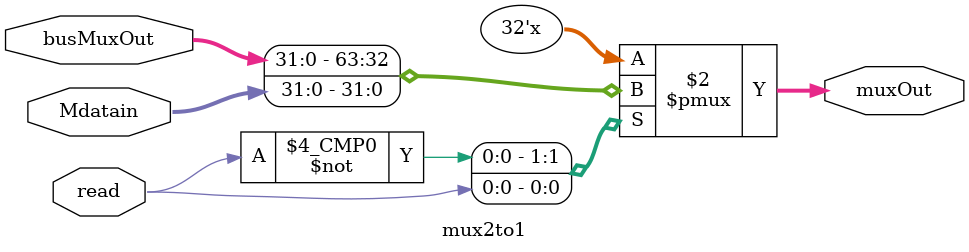
<source format=v>
module MDR(
    input clr,
    input clk,
    input MDRin,
    input read,
    input [31:0] busMuxOut,
    input [31:0] Mdatain,
    output reg [31:0] q
);
    wire [31:0] muxOut;
    mux2to1 MDMux(read, busMuxOut, muxOut);
    Register MDR(muxOut, q, clr, clk, MDRin);
endmodule

module mux2to1(
    input read, 
    input [31:0] busMuxOut, 
    input [31:0] Mdatain, 
    output reg [31:0] muxOut
);
    always@(read, busMuxOut, Mdatain) begin 
        case(read) 
            1'b0 : muxOut <= busMuxOut;
            1'b1 : muxOut <= Mdatain;
        endcase
    end
endmodule


</source>
